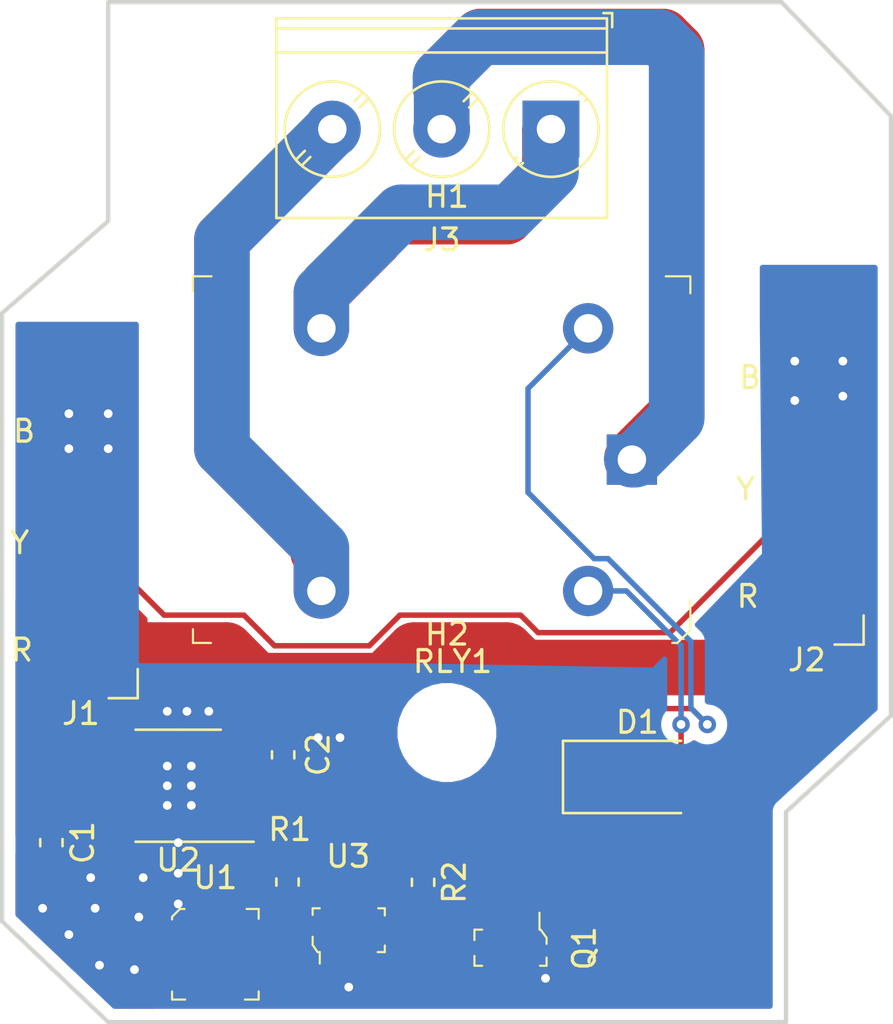
<source format=kicad_pcb>
(kicad_pcb (version 20171130) (host pcbnew 5.1.4)

  (general
    (thickness 1.6)
    (drawings 12)
    (tracks 144)
    (zones 0)
    (modules 15)
    (nets 15)
  )

  (page A4)
  (layers
    (0 F.Cu signal)
    (31 B.Cu signal)
    (32 B.Adhes user)
    (33 F.Adhes user)
    (34 B.Paste user)
    (35 F.Paste user)
    (36 B.SilkS user)
    (37 F.SilkS user)
    (38 B.Mask user)
    (39 F.Mask user)
    (40 Dwgs.User user)
    (41 Cmts.User user)
    (42 Eco1.User user)
    (43 Eco2.User user)
    (44 Edge.Cuts user)
    (45 Margin user)
    (46 B.CrtYd user)
    (47 F.CrtYd user)
    (48 B.Fab user)
    (49 F.Fab user hide)
  )

  (setup
    (last_trace_width 0.25)
    (user_trace_width 2.54)
    (trace_clearance 0.2)
    (zone_clearance 0.508)
    (zone_45_only no)
    (trace_min 0.2)
    (via_size 0.8)
    (via_drill 0.4)
    (via_min_size 0.4)
    (via_min_drill 0.3)
    (uvia_size 0.3)
    (uvia_drill 0.1)
    (uvias_allowed no)
    (uvia_min_size 0.2)
    (uvia_min_drill 0.1)
    (edge_width 0.05)
    (segment_width 0.2)
    (pcb_text_width 0.3)
    (pcb_text_size 1.5 1.5)
    (mod_edge_width 0.12)
    (mod_text_size 1 1)
    (mod_text_width 0.15)
    (pad_size 1.524 1.524)
    (pad_drill 0.762)
    (pad_to_mask_clearance 0.051)
    (solder_mask_min_width 0.25)
    (aux_axis_origin 0 0)
    (visible_elements FFFFFF7F)
    (pcbplotparams
      (layerselection 0x010fc_ffffffff)
      (usegerberextensions false)
      (usegerberattributes false)
      (usegerberadvancedattributes false)
      (creategerberjobfile false)
      (excludeedgelayer true)
      (linewidth 0.100000)
      (plotframeref false)
      (viasonmask false)
      (mode 1)
      (useauxorigin false)
      (hpglpennumber 1)
      (hpglpenspeed 20)
      (hpglpendiameter 15.000000)
      (psnegative false)
      (psa4output false)
      (plotreference true)
      (plotvalue true)
      (plotinvisibletext false)
      (padsonsilk false)
      (subtractmaskfromsilk false)
      (outputformat 1)
      (mirror false)
      (drillshape 1)
      (scaleselection 1)
      (outputdirectory ""))
  )

  (net 0 "")
  (net 1 GND)
  (net 2 +5V)
  (net 3 "Net-(J1-PadY)")
  (net 4 "Net-(U1-Pad4)")
  (net 5 "Net-(U1-Pad3)")
  (net 6 "Net-(U2-Pad6)")
  (net 7 "Net-(J3-Pad3)")
  (net 8 "Net-(J3-Pad2)")
  (net 9 "Net-(J3-Pad1)")
  (net 10 "Net-(Q1-Pad1)")
  (net 11 "Net-(R1-Pad2)")
  (net 12 "Net-(U3-Pad3)")
  (net 13 "Net-(D1-Pad2)")
  (net 14 +24V)

  (net_class Default "This is the default net class."
    (clearance 0.2)
    (trace_width 0.25)
    (via_dia 0.8)
    (via_drill 0.4)
    (uvia_dia 0.3)
    (uvia_drill 0.1)
    (add_net +24V)
    (add_net +5V)
    (add_net GND)
    (add_net "Net-(D1-Pad2)")
    (add_net "Net-(J1-PadY)")
    (add_net "Net-(J3-Pad1)")
    (add_net "Net-(J3-Pad2)")
    (add_net "Net-(J3-Pad3)")
    (add_net "Net-(Q1-Pad1)")
    (add_net "Net-(R1-Pad2)")
    (add_net "Net-(U1-Pad3)")
    (add_net "Net-(U1-Pad4)")
    (add_net "Net-(U2-Pad6)")
    (add_net "Net-(U3-Pad3)")
  )

  (module digikey-footprints:LSOJ-6_W3.76mm (layer F.Cu) (tedit 5B198055) (tstamp 5DA8DBE9)
    (at 80.1 113.1)
    (descr http://pdfserv.maximintegrated.com/package_dwgs/21-0382.PDF)
    (path /5DB08335)
    (fp_text reference U1 (at 0 -3.5) (layer F.SilkS)
      (effects (font (size 1 1) (thickness 0.15)))
    )
    (fp_text value DS2413P_ (at 0 3.5) (layer F.Fab)
      (effects (font (size 1 1) (thickness 0.15)))
    )
    (fp_line (start -1.88 1.97) (end 1.88 1.97) (layer F.Fab) (width 0.1))
    (fp_line (start 1.88 -1.97) (end 1.88 1.97) (layer F.Fab) (width 0.1))
    (fp_text user %R (at 0 0) (layer F.Fab)
      (effects (font (size 0.7 0.7) (thickness 0.07)))
    )
    (fp_line (start -1.88 -1.67) (end -1.58 -1.97) (layer F.Fab) (width 0.1))
    (fp_line (start 1.88 -1.97) (end -1.58 -1.97) (layer F.Fab) (width 0.1))
    (fp_line (start -1.88 1.96) (end -1.88 -1.67) (layer F.Fab) (width 0.1))
    (fp_line (start -1.41 -2.07) (end -1.62 -2.07) (layer F.SilkS) (width 0.1))
    (fp_line (start -1.98 -1.71) (end -1.98 -1.59) (layer F.SilkS) (width 0.1))
    (fp_line (start -1.62 -2.07) (end -1.97 -1.72) (layer F.SilkS) (width 0.1))
    (fp_line (start 1.98 -2.07) (end 1.98 -1.62) (layer F.SilkS) (width 0.1))
    (fp_line (start 1.43 -2.07) (end 1.98 -2.07) (layer F.SilkS) (width 0.1))
    (fp_line (start 1.98 2.07) (end 1.35 2.07) (layer F.SilkS) (width 0.1))
    (fp_line (start 1.98 1.7) (end 1.98 2.07) (layer F.SilkS) (width 0.1))
    (fp_line (start -1.98 2.07) (end -1.38 2.07) (layer F.SilkS) (width 0.1))
    (fp_line (start -1.98 1.7) (end -1.98 2.07) (layer F.SilkS) (width 0.1))
    (fp_line (start -2.4 -2.25) (end 2.4 -2.25) (layer F.CrtYd) (width 0.05))
    (fp_line (start -2.4 2.25) (end 2.4 2.25) (layer F.CrtYd) (width 0.05))
    (fp_line (start -2.4 -2.25) (end -2.4 2.25) (layer F.CrtYd) (width 0.05))
    (fp_line (start 2.4 2.25) (end 2.4 -2.25) (layer F.CrtYd) (width 0.05))
    (pad 6 smd rect (at 1.525 -1.27) (size 1.33 0.53) (layers F.Cu F.Paste F.Mask)
      (net 11 "Net-(R1-Pad2)"))
    (pad 5 smd rect (at 1.525 0) (size 1.33 0.53) (layers F.Cu F.Paste F.Mask)
      (net 1 GND))
    (pad 4 smd rect (at 1.525 1.27) (size 1.33 0.53) (layers F.Cu F.Paste F.Mask)
      (net 4 "Net-(U1-Pad4)"))
    (pad 3 smd rect (at -1.525 1.27) (size 1.33 0.53) (layers F.Cu F.Paste F.Mask)
      (net 5 "Net-(U1-Pad3)"))
    (pad 1 smd rect (at -1.525 -1.27) (size 1.33 0.53) (layers F.Cu F.Paste F.Mask)
      (net 1 GND))
    (pad 2 smd rect (at -1.525 0) (size 1.33 0.53) (layers F.Cu F.Paste F.Mask)
      (net 3 "Net-(J1-PadY)"))
  )

  (module digikey-footprints:Relay_THT_G5LE-14 (layer F.Cu) (tedit 5AFB6633) (tstamp 5DA78FB2)
    (at 99.15 90.5 180)
    (path /5DB070FA)
    (fp_text reference RLY1 (at 8.2 -9.225) (layer F.SilkS)
      (effects (font (size 1 1) (thickness 0.15)))
    )
    (fp_text value G5LE-14_DC5 (at 9.025 9.45) (layer F.Fab)
      (effects (font (size 1 1) (thickness 0.15)))
    )
    (fp_line (start 19.95 -8.25) (end 19.95 8.25) (layer F.Fab) (width 0.1))
    (fp_line (start -2.55 8.25) (end 19.95 8.25) (layer F.Fab) (width 0.1))
    (fp_line (start 20.075 -8.375) (end 20.075 -7.75) (layer F.SilkS) (width 0.1))
    (fp_line (start 19.25 -8.375) (end 20.075 -8.375) (layer F.SilkS) (width 0.1))
    (fp_line (start 20.075 8.375) (end 19.225 8.375) (layer F.SilkS) (width 0.1))
    (fp_line (start 20.075 7.675) (end 20.075 8.375) (layer F.SilkS) (width 0.1))
    (fp_line (start -2.675 8.375) (end -2.675 7.6) (layer F.SilkS) (width 0.1))
    (fp_line (start -1.55 8.375) (end -2.675 8.375) (layer F.SilkS) (width 0.1))
    (fp_line (start -2.025 -8.25) (end -2.55 -7.75) (layer F.Fab) (width 0.1))
    (fp_line (start -2.025 -8.25) (end 19.95 -8.25) (layer F.Fab) (width 0.1))
    (fp_line (start -2.55 -7.75) (end -2.55 8.25) (layer F.Fab) (width 0.1))
    (fp_line (start -2.675 -7.8) (end -2.675 -6.425) (layer F.SilkS) (width 0.1))
    (fp_line (start -2.075 -8.375) (end -2.675 -7.8) (layer F.SilkS) (width 0.1))
    (fp_line (start -1.85 -8.375) (end -2.075 -8.375) (layer F.SilkS) (width 0.1))
    (fp_line (start -2.85 -8.55) (end 20.25 -8.55) (layer F.CrtYd) (width 0.05))
    (fp_line (start 20.25 -8.55) (end 20.25 8.55) (layer F.CrtYd) (width 0.05))
    (fp_line (start 20.25 8.55) (end -2.85 8.55) (layer F.CrtYd) (width 0.05))
    (fp_line (start -2.85 -8.55) (end -2.85 8.55) (layer F.CrtYd) (width 0.05))
    (fp_text user %R (at 8.725 -0.125) (layer F.Fab)
      (effects (font (size 1 1) (thickness 0.15)))
    )
    (pad 4 thru_hole circle (at 14.2 -6 180) (size 2.3 2.3) (drill 1.3) (layers *.Cu *.Mask)
      (net 7 "Net-(J3-Pad3)"))
    (pad 3 thru_hole circle (at 14.2 6 180) (size 2.3 2.3) (drill 1.3) (layers *.Cu *.Mask)
      (net 9 "Net-(J3-Pad1)"))
    (pad 5 thru_hole circle (at 2 -6 180) (size 2.3 2.3) (drill 1.3) (layers *.Cu *.Mask)
      (net 13 "Net-(D1-Pad2)"))
    (pad 2 thru_hole circle (at 2 6 180) (size 2.3 2.3) (drill 1.3) (layers *.Cu *.Mask)
      (net 2 +5V))
    (pad 1 thru_hole rect (at 0 0 180) (size 2.3 2.3) (drill 1.3) (layers *.Cu *.Mask)
      (net 8 "Net-(J3-Pad2)"))
  )

  (module MountingHole:MountingHole_3.5mm (layer F.Cu) (tedit 56D1B4CB) (tstamp 5DA8D823)
    (at 90.69 102.97)
    (descr "Mounting Hole 3.5mm, no annular")
    (tags "mounting hole 3.5mm no annular")
    (path /5DA8D117)
    (attr virtual)
    (fp_text reference H2 (at 0 -4.5) (layer F.SilkS)
      (effects (font (size 1 1) (thickness 0.15)))
    )
    (fp_text value MountingHole (at 0 4.5) (layer F.Fab)
      (effects (font (size 1 1) (thickness 0.15)))
    )
    (fp_circle (center 0 0) (end 3.75 0) (layer F.CrtYd) (width 0.05))
    (fp_circle (center 0 0) (end 3.5 0) (layer Cmts.User) (width 0.15))
    (fp_text user %R (at 0.3 0) (layer F.Fab)
      (effects (font (size 1 1) (thickness 0.15)))
    )
    (pad 1 np_thru_hole circle (at 0 0) (size 3.5 3.5) (drill 3.5) (layers *.Cu *.Mask))
  )

  (module MountingHole:MountingHole_3.5mm (layer F.Cu) (tedit 56D1B4CB) (tstamp 5DA8D81B)
    (at 90.69 82.97)
    (descr "Mounting Hole 3.5mm, no annular")
    (tags "mounting hole 3.5mm no annular")
    (path /5DA8CE23)
    (attr virtual)
    (fp_text reference H1 (at 0 -4.5) (layer F.SilkS)
      (effects (font (size 1 1) (thickness 0.15)))
    )
    (fp_text value MountingHole (at 0 4.5) (layer F.Fab)
      (effects (font (size 1 1) (thickness 0.15)))
    )
    (fp_circle (center 0 0) (end 3.75 0) (layer F.CrtYd) (width 0.05))
    (fp_circle (center 0 0) (end 3.5 0) (layer Cmts.User) (width 0.15))
    (fp_text user %R (at 0.3 0) (layer F.Fab)
      (effects (font (size 1 1) (thickness 0.15)))
    )
    (pad 1 np_thru_hole circle (at 0 0) (size 3.5 3.5) (drill 3.5) (layers *.Cu *.Mask))
  )

  (module BEC:SOIC-8-1EP_3.9x4.9mm_P1.27mm_EP2.29x3mm_ThermalVias (layer F.Cu) (tedit 5DA8753F) (tstamp 5DA79F5A)
    (at 78.4 105.4 180)
    (descr "SOIC, 8 Pin (https://www.analog.com/media/en/technical-documentation/data-sheets/ada4898-1_4898-2.pdf#page=29), generated with kicad-footprint-generator ipc_gullwing_generator.py")
    (tags "SOIC SO")
    (path /5DB0D913)
    (attr smd)
    (fp_text reference U2 (at 0 -3.4) (layer F.SilkS)
      (effects (font (size 1 1) (thickness 0.15)))
    )
    (fp_text value ADP7142ARDZ-5.0 (at 0 3.4) (layer F.Fab)
      (effects (font (size 1 1) (thickness 0.15)))
    )
    (fp_text user %R (at 0 0) (layer F.Fab)
      (effects (font (size 0.98 0.98) (thickness 0.15)))
    )
    (fp_line (start 3.7 -2.7) (end -3.7 -2.7) (layer F.CrtYd) (width 0.05))
    (fp_line (start 3.7 2.7) (end 3.7 -2.7) (layer F.CrtYd) (width 0.05))
    (fp_line (start -3.7 2.7) (end 3.7 2.7) (layer F.CrtYd) (width 0.05))
    (fp_line (start -3.7 -2.7) (end -3.7 2.7) (layer F.CrtYd) (width 0.05))
    (fp_line (start -1.95 -1.475) (end -0.975 -2.45) (layer F.Fab) (width 0.1))
    (fp_line (start -1.95 2.45) (end -1.95 -1.475) (layer F.Fab) (width 0.1))
    (fp_line (start 1.95 2.45) (end -1.95 2.45) (layer F.Fab) (width 0.1))
    (fp_line (start 1.95 -2.45) (end 1.95 2.45) (layer F.Fab) (width 0.1))
    (fp_line (start -0.975 -2.45) (end 1.95 -2.45) (layer F.Fab) (width 0.1))
    (fp_line (start 0 -2.56) (end -3.45 -2.56) (layer F.SilkS) (width 0.12))
    (fp_line (start 0 -2.56) (end 1.95 -2.56) (layer F.SilkS) (width 0.12))
    (fp_line (start 0 2.56) (end -1.95 2.56) (layer F.SilkS) (width 0.12))
    (fp_line (start 0 2.56) (end 1.95 2.56) (layer F.SilkS) (width 0.12))
    (pad 9 thru_hole circle (at 0.5 0.9 180) (size 0.8 0.8) (drill 0.4) (layers *.Cu *.Mask)
      (net 1 GND))
    (pad 9 thru_hole circle (at -0.6 0.9 180) (size 0.8 0.8) (drill 0.4) (layers *.Cu *.Mask)
      (net 1 GND))
    (pad 9 thru_hole circle (at 0.5 0 180) (size 0.8 0.8) (drill 0.4) (layers *.Cu *.Mask)
      (net 1 GND))
    (pad 9 thru_hole circle (at 0.5 -0.9 180) (size 0.8 0.8) (drill 0.4) (layers *.Cu *.Mask)
      (net 1 GND))
    (pad 9 thru_hole circle (at -0.6 0 180) (size 0.8 0.8) (drill 0.4) (layers *.Cu *.Mask)
      (net 1 GND))
    (pad 8 smd roundrect (at 2.475 -1.905 180) (size 1.95 0.6) (layers F.Cu F.Paste F.Mask) (roundrect_rratio 0.25)
      (net 14 +24V))
    (pad 7 smd roundrect (at 2.475 -0.635 180) (size 1.95 0.6) (layers F.Cu F.Paste F.Mask) (roundrect_rratio 0.25)
      (net 14 +24V))
    (pad 6 smd roundrect (at 2.475 0.635 180) (size 1.95 0.6) (layers F.Cu F.Paste F.Mask) (roundrect_rratio 0.25)
      (net 6 "Net-(U2-Pad6)"))
    (pad 5 smd roundrect (at 2.475 1.905 180) (size 1.95 0.6) (layers F.Cu F.Paste F.Mask) (roundrect_rratio 0.25)
      (net 14 +24V))
    (pad 4 smd roundrect (at -2.475 1.905 180) (size 1.95 0.6) (layers F.Cu F.Paste F.Mask) (roundrect_rratio 0.25)
      (net 1 GND))
    (pad 3 smd roundrect (at -2.475 0.635 180) (size 1.95 0.6) (layers F.Cu F.Paste F.Mask) (roundrect_rratio 0.25)
      (net 2 +5V))
    (pad 2 smd roundrect (at -2.475 -0.635 180) (size 1.95 0.6) (layers F.Cu F.Paste F.Mask) (roundrect_rratio 0.25)
      (net 2 +5V))
    (pad 1 smd roundrect (at -2.475 -1.905 180) (size 1.95 0.6) (layers F.Cu F.Paste F.Mask) (roundrect_rratio 0.25)
      (net 2 +5V))
    (pad "" smd roundrect (at 0.57 0.75 180) (size 0.96 1.25) (layers F.Paste) (roundrect_rratio 0.25))
    (pad "" smd roundrect (at 0.57 -0.75 180) (size 0.96 1.25) (layers F.Paste) (roundrect_rratio 0.25))
    (pad "" smd roundrect (at -0.57 0.75 180) (size 0.96 1.25) (layers F.Paste) (roundrect_rratio 0.25))
    (pad "" smd roundrect (at -0.57 -0.75 180) (size 0.96 1.25) (layers F.Paste) (roundrect_rratio 0.25))
    (pad 9 smd roundrect (at 0 0 180) (size 1.8 2.5) (layers B.Cu) (roundrect_rratio 0.138889)
      (net 1 GND))
    (pad 9 thru_hole circle (at -0.6 -0.9 180) (size 0.8 0.8) (drill 0.4) (layers *.Cu *.Mask)
      (net 1 GND))
    (pad 9 smd roundrect (at 0 0 180) (size 2.29 3) (layers F.Cu F.Mask) (roundrect_rratio 0.10917)
      (net 1 GND))
    (model ${KISYS3DMOD}/Package_SO.3dshapes/SOIC-8-1EP_3.9x4.9mm_P1.27mm_EP2.29x3mm.wrl
      (at (xyz 0 0 0))
      (scale (xyz 1 1 1))
      (rotate (xyz 0 0 0))
    )
  )

  (module Resistor_SMD:R_0603_1608Metric (layer F.Cu) (tedit 5B301BBD) (tstamp 5DA87CAC)
    (at 89.6 109.8125 270)
    (descr "Resistor SMD 0603 (1608 Metric), square (rectangular) end terminal, IPC_7351 nominal, (Body size source: http://www.tortai-tech.com/upload/download/2011102023233369053.pdf), generated with kicad-footprint-generator")
    (tags resistor)
    (path /5DBEC52A)
    (attr smd)
    (fp_text reference R2 (at 0 -1.43 90) (layer F.SilkS)
      (effects (font (size 1 1) (thickness 0.15)))
    )
    (fp_text value 100K (at 0 1.43 90) (layer F.Fab)
      (effects (font (size 1 1) (thickness 0.15)))
    )
    (fp_text user %R (at 0 0 90) (layer F.Fab)
      (effects (font (size 0.4 0.4) (thickness 0.06)))
    )
    (fp_line (start 1.48 0.73) (end -1.48 0.73) (layer F.CrtYd) (width 0.05))
    (fp_line (start 1.48 -0.73) (end 1.48 0.73) (layer F.CrtYd) (width 0.05))
    (fp_line (start -1.48 -0.73) (end 1.48 -0.73) (layer F.CrtYd) (width 0.05))
    (fp_line (start -1.48 0.73) (end -1.48 -0.73) (layer F.CrtYd) (width 0.05))
    (fp_line (start -0.162779 0.51) (end 0.162779 0.51) (layer F.SilkS) (width 0.12))
    (fp_line (start -0.162779 -0.51) (end 0.162779 -0.51) (layer F.SilkS) (width 0.12))
    (fp_line (start 0.8 0.4) (end -0.8 0.4) (layer F.Fab) (width 0.1))
    (fp_line (start 0.8 -0.4) (end 0.8 0.4) (layer F.Fab) (width 0.1))
    (fp_line (start -0.8 -0.4) (end 0.8 -0.4) (layer F.Fab) (width 0.1))
    (fp_line (start -0.8 0.4) (end -0.8 -0.4) (layer F.Fab) (width 0.1))
    (pad 2 smd roundrect (at 0.7875 0 270) (size 0.875 0.95) (layers F.Cu F.Paste F.Mask) (roundrect_rratio 0.25)
      (net 10 "Net-(Q1-Pad1)"))
    (pad 1 smd roundrect (at -0.7875 0 270) (size 0.875 0.95) (layers F.Cu F.Paste F.Mask) (roundrect_rratio 0.25)
      (net 2 +5V))
    (model ${KISYS3DMOD}/Resistor_SMD.3dshapes/R_0603_1608Metric.wrl
      (at (xyz 0 0 0))
      (scale (xyz 1 1 1))
      (rotate (xyz 0 0 0))
    )
  )

  (module digikey-footprints:SOT-23-3 (layer F.Cu) (tedit 59D275F3) (tstamp 5DA87097)
    (at 93.6 112.8 270)
    (path /5DBE8CD5)
    (fp_text reference Q1 (at 0.025 -3.375 90) (layer F.SilkS)
      (effects (font (size 1 1) (thickness 0.15)))
    )
    (fp_text value BSS84 (at 0.025 3.25 90) (layer F.Fab)
      (effects (font (size 1 1) (thickness 0.15)))
    )
    (fp_line (start 0.7 1.52) (end 0.7 -1.52) (layer F.Fab) (width 0.1))
    (fp_line (start -0.7 1.52) (end 0.7 1.52) (layer F.Fab) (width 0.1))
    (fp_text user %R (at -0.125 0.15 90) (layer F.Fab)
      (effects (font (size 0.25 0.25) (thickness 0.05)))
    )
    (fp_line (start 0.825 -1.65) (end 0.825 -1.35) (layer F.SilkS) (width 0.1))
    (fp_line (start 0.45 -1.65) (end 0.825 -1.65) (layer F.SilkS) (width 0.1))
    (fp_line (start 0.825 1.65) (end 0.375 1.65) (layer F.SilkS) (width 0.1))
    (fp_line (start 0.825 1.35) (end 0.825 1.65) (layer F.SilkS) (width 0.1))
    (fp_line (start 0.825 1.425) (end 0.825 1.3) (layer F.SilkS) (width 0.1))
    (fp_line (start -0.825 1.65) (end -0.825 1.3) (layer F.SilkS) (width 0.1))
    (fp_line (start -0.35 1.65) (end -0.825 1.65) (layer F.SilkS) (width 0.1))
    (fp_line (start -0.425 -1.525) (end -0.7 -1.325) (layer F.Fab) (width 0.1))
    (fp_line (start -0.425 -1.525) (end 0.7 -1.525) (layer F.Fab) (width 0.1))
    (fp_line (start -0.7 -1.325) (end -0.7 1.525) (layer F.Fab) (width 0.1))
    (fp_line (start -0.825 -1.325) (end -1.6 -1.325) (layer F.SilkS) (width 0.1))
    (fp_line (start -0.825 -1.375) (end -0.825 -1.325) (layer F.SilkS) (width 0.1))
    (fp_line (start -0.45 -1.65) (end -0.825 -1.375) (layer F.SilkS) (width 0.1))
    (fp_line (start -0.175 -1.65) (end -0.45 -1.65) (layer F.SilkS) (width 0.1))
    (fp_line (start 1.825 -1.95) (end 1.825 1.95) (layer F.CrtYd) (width 0.05))
    (fp_line (start 1.825 1.95) (end -1.825 1.95) (layer F.CrtYd) (width 0.05))
    (fp_line (start -1.825 -1.95) (end -1.825 1.95) (layer F.CrtYd) (width 0.05))
    (fp_line (start -1.825 -1.95) (end 1.825 -1.95) (layer F.CrtYd) (width 0.05))
    (pad 1 smd rect (at -1.05 -0.95 270) (size 1.3 0.6) (layers F.Cu F.Paste F.Mask)
      (net 10 "Net-(Q1-Pad1)") (solder_mask_margin 0.07))
    (pad 2 smd rect (at -1.05 0.95 270) (size 1.3 0.6) (layers F.Cu F.Paste F.Mask)
      (net 13 "Net-(D1-Pad2)") (solder_mask_margin 0.07))
    (pad 3 smd rect (at 1.05 0 270) (size 1.3 0.6) (layers F.Cu F.Paste F.Mask)
      (net 1 GND) (solder_mask_margin 0.07))
  )

  (module Diode_SMD:D_SMA (layer F.Cu) (tedit 586432E5) (tstamp 5DA86FC3)
    (at 99.4 105)
    (descr "Diode SMA (DO-214AC)")
    (tags "Diode SMA (DO-214AC)")
    (path /5DBDEF18)
    (attr smd)
    (fp_text reference D1 (at 0 -2.5) (layer F.SilkS)
      (effects (font (size 1 1) (thickness 0.15)))
    )
    (fp_text value RECT_50V_1A (at 0 2.6) (layer F.Fab)
      (effects (font (size 1 1) (thickness 0.15)))
    )
    (fp_line (start -3.4 -1.65) (end 2 -1.65) (layer F.SilkS) (width 0.12))
    (fp_line (start -3.4 1.65) (end 2 1.65) (layer F.SilkS) (width 0.12))
    (fp_line (start -0.64944 0.00102) (end 0.50118 -0.79908) (layer F.Fab) (width 0.1))
    (fp_line (start -0.64944 0.00102) (end 0.50118 0.75032) (layer F.Fab) (width 0.1))
    (fp_line (start 0.50118 0.75032) (end 0.50118 -0.79908) (layer F.Fab) (width 0.1))
    (fp_line (start -0.64944 -0.79908) (end -0.64944 0.80112) (layer F.Fab) (width 0.1))
    (fp_line (start 0.50118 0.00102) (end 1.4994 0.00102) (layer F.Fab) (width 0.1))
    (fp_line (start -0.64944 0.00102) (end -1.55114 0.00102) (layer F.Fab) (width 0.1))
    (fp_line (start -3.5 1.75) (end -3.5 -1.75) (layer F.CrtYd) (width 0.05))
    (fp_line (start 3.5 1.75) (end -3.5 1.75) (layer F.CrtYd) (width 0.05))
    (fp_line (start 3.5 -1.75) (end 3.5 1.75) (layer F.CrtYd) (width 0.05))
    (fp_line (start -3.5 -1.75) (end 3.5 -1.75) (layer F.CrtYd) (width 0.05))
    (fp_line (start 2.3 -1.5) (end -2.3 -1.5) (layer F.Fab) (width 0.1))
    (fp_line (start 2.3 -1.5) (end 2.3 1.5) (layer F.Fab) (width 0.1))
    (fp_line (start -2.3 1.5) (end -2.3 -1.5) (layer F.Fab) (width 0.1))
    (fp_line (start 2.3 1.5) (end -2.3 1.5) (layer F.Fab) (width 0.1))
    (fp_line (start -3.4 -1.65) (end -3.4 1.65) (layer F.SilkS) (width 0.12))
    (fp_text user %R (at 0 -2.5) (layer F.Fab)
      (effects (font (size 1 1) (thickness 0.15)))
    )
    (pad 2 smd rect (at 2 0) (size 2.5 1.8) (layers F.Cu F.Paste F.Mask)
      (net 13 "Net-(D1-Pad2)"))
    (pad 1 smd rect (at -2 0) (size 2.5 1.8) (layers F.Cu F.Paste F.Mask)
      (net 2 +5V))
    (model ${KISYS3DMOD}/Diode_SMD.3dshapes/D_SMA.wrl
      (at (xyz 0 0 0))
      (scale (xyz 1 1 1))
      (rotate (xyz 0 0 0))
    )
  )

  (module digikey-footprints:SOT-753 (layer F.Cu) (tedit 59EF821D) (tstamp 5DA79BFF)
    (at 86.2 112)
    (path /5DB13D83)
    (fp_text reference U3 (at -0.025 -3.375) (layer F.SilkS)
      (effects (font (size 1 1) (thickness 0.15)))
    )
    (fp_text value STWD100NYWY3F (at 0.35 4.025) (layer F.Fab)
      (effects (font (size 1 1) (thickness 0.15)))
    )
    (fp_line (start -1.525 -0.875) (end 1.525 -0.875) (layer F.Fab) (width 0.1))
    (fp_line (start 1.525 -0.875) (end 1.525 0.875) (layer F.Fab) (width 0.1))
    (fp_line (start -1.525 0.625) (end -1.35 0.875) (layer F.Fab) (width 0.1))
    (fp_line (start -1.35 0.875) (end 1.525 0.875) (layer F.Fab) (width 0.1))
    (fp_line (start -1.525 0.625) (end -1.525 -0.875) (layer F.Fab) (width 0.1))
    (fp_line (start -1.65 0.675) (end -1.65 0.3) (layer F.SilkS) (width 0.1))
    (fp_line (start -1.325 1) (end -1.325 1.525) (layer F.SilkS) (width 0.1))
    (fp_line (start -1.425 1) (end -1.325 1) (layer F.SilkS) (width 0.1))
    (fp_line (start -1.65 0.675) (end -1.425 1) (layer F.SilkS) (width 0.1))
    (fp_line (start 1.65 -1) (end 1.65 -0.675) (layer F.SilkS) (width 0.1))
    (fp_line (start 1.35 -1) (end 1.65 -1) (layer F.SilkS) (width 0.1))
    (fp_line (start 1.65 1) (end 1.65 0.7) (layer F.SilkS) (width 0.1))
    (fp_line (start 1.325 1) (end 1.65 1) (layer F.SilkS) (width 0.1))
    (fp_line (start -1.65 -1) (end -1.65 -0.7) (layer F.SilkS) (width 0.1))
    (fp_line (start -1.325 -1) (end -1.65 -1) (layer F.SilkS) (width 0.1))
    (fp_text user %R (at 0 0.1) (layer F.Fab)
      (effects (font (size 0.75 0.75) (thickness 0.075)))
    )
    (fp_line (start -1.825 -2.125) (end 1.825 -2.125) (layer F.CrtYd) (width 0.05))
    (fp_line (start 1.825 -2.125) (end 1.825 2.125) (layer F.CrtYd) (width 0.05))
    (fp_line (start 1.825 2.125) (end -1.825 2.125) (layer F.CrtYd) (width 0.05))
    (fp_line (start -1.825 2.125) (end -1.825 -2.125) (layer F.CrtYd) (width 0.05))
    (pad 1 smd rect (at -0.95 1.35) (size 0.6 1.05) (layers F.Cu F.Paste F.Mask)
      (net 10 "Net-(Q1-Pad1)") (solder_mask_margin 0.07))
    (pad 2 smd rect (at 0 1.35) (size 0.6 1.05) (layers F.Cu F.Paste F.Mask)
      (net 1 GND) (solder_mask_margin 0.07))
    (pad 3 smd rect (at 0.95 1.35) (size 0.6 1.05) (layers F.Cu F.Paste F.Mask)
      (net 12 "Net-(U3-Pad3)") (solder_mask_margin 0.07))
    (pad 4 smd rect (at 0.95 -1.35) (size 0.6 1.05) (layers F.Cu F.Paste F.Mask)
      (net 11 "Net-(R1-Pad2)") (solder_mask_margin 0.07))
    (pad 5 smd rect (at -0.95 -1.35) (size 0.6 1.05) (layers F.Cu F.Paste F.Mask)
      (net 2 +5V) (solder_mask_margin 0.07))
  )

  (module Resistor_SMD:R_0603_1608Metric (layer F.Cu) (tedit 5B301BBD) (tstamp 5DA7847E)
    (at 83.4 109.8 270)
    (descr "Resistor SMD 0603 (1608 Metric), square (rectangular) end terminal, IPC_7351 nominal, (Body size source: http://www.tortai-tech.com/upload/download/2011102023233369053.pdf), generated with kicad-footprint-generator")
    (tags resistor)
    (path /5DB19349)
    (attr smd)
    (fp_text reference R1 (at -2.4 -0.1 180) (layer F.SilkS)
      (effects (font (size 1 1) (thickness 0.15)))
    )
    (fp_text value 100K (at 0 1.43 90) (layer F.Fab)
      (effects (font (size 1 1) (thickness 0.15)))
    )
    (fp_text user %R (at 0 0 90) (layer F.Fab)
      (effects (font (size 0.4 0.4) (thickness 0.06)))
    )
    (fp_line (start 1.48 0.73) (end -1.48 0.73) (layer F.CrtYd) (width 0.05))
    (fp_line (start 1.48 -0.73) (end 1.48 0.73) (layer F.CrtYd) (width 0.05))
    (fp_line (start -1.48 -0.73) (end 1.48 -0.73) (layer F.CrtYd) (width 0.05))
    (fp_line (start -1.48 0.73) (end -1.48 -0.73) (layer F.CrtYd) (width 0.05))
    (fp_line (start -0.162779 0.51) (end 0.162779 0.51) (layer F.SilkS) (width 0.12))
    (fp_line (start -0.162779 -0.51) (end 0.162779 -0.51) (layer F.SilkS) (width 0.12))
    (fp_line (start 0.8 0.4) (end -0.8 0.4) (layer F.Fab) (width 0.1))
    (fp_line (start 0.8 -0.4) (end 0.8 0.4) (layer F.Fab) (width 0.1))
    (fp_line (start -0.8 -0.4) (end 0.8 -0.4) (layer F.Fab) (width 0.1))
    (fp_line (start -0.8 0.4) (end -0.8 -0.4) (layer F.Fab) (width 0.1))
    (pad 2 smd roundrect (at 0.7875 0 270) (size 0.875 0.95) (layers F.Cu F.Paste F.Mask) (roundrect_rratio 0.25)
      (net 11 "Net-(R1-Pad2)"))
    (pad 1 smd roundrect (at -0.7875 0 270) (size 0.875 0.95) (layers F.Cu F.Paste F.Mask) (roundrect_rratio 0.25)
      (net 2 +5V))
    (model ${KISYS3DMOD}/Resistor_SMD.3dshapes/R_0603_1608Metric.wrl
      (at (xyz 0 0 0))
      (scale (xyz 1 1 1))
      (rotate (xyz 0 0 0))
    )
  )

  (module TerminalBlock_Phoenix:TerminalBlock_Phoenix_PT-1,5-3-5.0-H_1x03_P5.00mm_Horizontal (layer F.Cu) (tedit 5B294F69) (tstamp 5DA78435)
    (at 95.45 75.4 180)
    (descr "Terminal Block Phoenix PT-1,5-3-5.0-H, 3 pins, pitch 5mm, size 15x9mm^2, drill diamater 1.3mm, pad diameter 2.6mm, see http://www.mouser.com/ds/2/324/ItemDetail_1935161-922578.pdf, script-generated using https://github.com/pointhi/kicad-footprint-generator/scripts/TerminalBlock_Phoenix")
    (tags "THT Terminal Block Phoenix PT-1,5-3-5.0-H pitch 5mm size 15x9mm^2 drill 1.3mm pad 2.6mm")
    (path /5DB8B2BA)
    (fp_text reference J3 (at 5 -5.06) (layer F.SilkS)
      (effects (font (size 1 1) (thickness 0.15)))
    )
    (fp_text value Screw_Terminal_5mm_01x03 (at 5 6.06) (layer F.Fab)
      (effects (font (size 1 1) (thickness 0.15)))
    )
    (fp_text user %R (at 5 2.9) (layer F.Fab)
      (effects (font (size 1 1) (thickness 0.15)))
    )
    (fp_line (start 13 -4.5) (end -3 -4.5) (layer F.CrtYd) (width 0.05))
    (fp_line (start 13 5.5) (end 13 -4.5) (layer F.CrtYd) (width 0.05))
    (fp_line (start -3 5.5) (end 13 5.5) (layer F.CrtYd) (width 0.05))
    (fp_line (start -3 -4.5) (end -3 5.5) (layer F.CrtYd) (width 0.05))
    (fp_line (start -2.8 5.3) (end -2.4 5.3) (layer F.SilkS) (width 0.12))
    (fp_line (start -2.8 4.66) (end -2.8 5.3) (layer F.SilkS) (width 0.12))
    (fp_line (start 8.742 0.992) (end 8.347 1.388) (layer F.SilkS) (width 0.12))
    (fp_line (start 11.388 -1.654) (end 11.008 -1.274) (layer F.SilkS) (width 0.12))
    (fp_line (start 8.993 1.274) (end 8.613 1.654) (layer F.SilkS) (width 0.12))
    (fp_line (start 11.654 -1.388) (end 11.259 -0.992) (layer F.SilkS) (width 0.12))
    (fp_line (start 11.273 -1.517) (end 8.484 1.273) (layer F.Fab) (width 0.1))
    (fp_line (start 11.517 -1.273) (end 8.728 1.517) (layer F.Fab) (width 0.1))
    (fp_line (start 3.742 0.992) (end 3.347 1.388) (layer F.SilkS) (width 0.12))
    (fp_line (start 6.388 -1.654) (end 6.008 -1.274) (layer F.SilkS) (width 0.12))
    (fp_line (start 3.993 1.274) (end 3.613 1.654) (layer F.SilkS) (width 0.12))
    (fp_line (start 6.654 -1.388) (end 6.259 -0.992) (layer F.SilkS) (width 0.12))
    (fp_line (start 6.273 -1.517) (end 3.484 1.273) (layer F.Fab) (width 0.1))
    (fp_line (start 6.517 -1.273) (end 3.728 1.517) (layer F.Fab) (width 0.1))
    (fp_line (start -1.548 1.281) (end -1.654 1.388) (layer F.SilkS) (width 0.12))
    (fp_line (start 1.388 -1.654) (end 1.281 -1.547) (layer F.SilkS) (width 0.12))
    (fp_line (start -1.282 1.547) (end -1.388 1.654) (layer F.SilkS) (width 0.12))
    (fp_line (start 1.654 -1.388) (end 1.547 -1.281) (layer F.SilkS) (width 0.12))
    (fp_line (start 1.273 -1.517) (end -1.517 1.273) (layer F.Fab) (width 0.1))
    (fp_line (start 1.517 -1.273) (end -1.273 1.517) (layer F.Fab) (width 0.1))
    (fp_line (start 12.56 -4.06) (end 12.56 5.06) (layer F.SilkS) (width 0.12))
    (fp_line (start -2.56 -4.06) (end -2.56 5.06) (layer F.SilkS) (width 0.12))
    (fp_line (start -2.56 5.06) (end 12.56 5.06) (layer F.SilkS) (width 0.12))
    (fp_line (start -2.56 -4.06) (end 12.56 -4.06) (layer F.SilkS) (width 0.12))
    (fp_line (start -2.56 3.5) (end 12.56 3.5) (layer F.SilkS) (width 0.12))
    (fp_line (start -2.5 3.5) (end 12.5 3.5) (layer F.Fab) (width 0.1))
    (fp_line (start -2.56 4.6) (end 12.56 4.6) (layer F.SilkS) (width 0.12))
    (fp_line (start -2.5 4.6) (end 12.5 4.6) (layer F.Fab) (width 0.1))
    (fp_line (start -2.5 4.6) (end -2.5 -4) (layer F.Fab) (width 0.1))
    (fp_line (start -2.1 5) (end -2.5 4.6) (layer F.Fab) (width 0.1))
    (fp_line (start 12.5 5) (end -2.1 5) (layer F.Fab) (width 0.1))
    (fp_line (start 12.5 -4) (end 12.5 5) (layer F.Fab) (width 0.1))
    (fp_line (start -2.5 -4) (end 12.5 -4) (layer F.Fab) (width 0.1))
    (fp_circle (center 10 0) (end 12.18 0) (layer F.SilkS) (width 0.12))
    (fp_circle (center 10 0) (end 12 0) (layer F.Fab) (width 0.1))
    (fp_circle (center 5 0) (end 7.18 0) (layer F.SilkS) (width 0.12))
    (fp_circle (center 5 0) (end 7 0) (layer F.Fab) (width 0.1))
    (fp_circle (center 0 0) (end 2.18 0) (layer F.SilkS) (width 0.12))
    (fp_circle (center 0 0) (end 2 0) (layer F.Fab) (width 0.1))
    (pad 3 thru_hole circle (at 10 0 180) (size 2.6 2.6) (drill 1.3) (layers *.Cu *.Mask)
      (net 7 "Net-(J3-Pad3)"))
    (pad 2 thru_hole circle (at 5 0 180) (size 2.6 2.6) (drill 1.3) (layers *.Cu *.Mask)
      (net 8 "Net-(J3-Pad2)"))
    (pad 1 thru_hole rect (at 0 0 180) (size 2.6 2.6) (drill 1.3) (layers *.Cu *.Mask)
      (net 9 "Net-(J3-Pad1)"))
    (model ${KISYS3DMOD}/TerminalBlock_Phoenix.3dshapes/TerminalBlock_Phoenix_PT-1,5-3-5.0-H_1x03_P5.00mm_Horizontal.wrl
      (at (xyz 0 0 0))
      (scale (xyz 1 1 1))
      (rotate (xyz 0 0 0))
    )
  )

  (module BEC:xConnect_smd (layer F.Cu) (tedit 5D655AE7) (tstamp 5DA79893)
    (at 107.55 96.75 180)
    (descr "mounting holes for xConnect connector")
    (tags "Through hole 1x03 single row")
    (path /5DB00C99)
    (attr smd)
    (fp_text reference J2 (at 0.4 -2.9) (layer F.SilkS)
      (effects (font (size 1 1) (thickness 0.15)))
    )
    (fp_text value xConnect_smd (at 0.3 12.8) (layer F.Fab)
      (effects (font (size 1 1) (thickness 0.15)))
    )
    (fp_text user B (at 3 10) (layer F.SilkS)
      (effects (font (size 1 1) (thickness 0.15)))
    )
    (fp_text user Y (at 3.2 4.9) (layer F.SilkS)
      (effects (font (size 1 1) (thickness 0.15)))
    )
    (fp_text user R (at 3.1 0) (layer F.SilkS)
      (effects (font (size 1 1) (thickness 0.15)))
    )
    (fp_text user %R (at 0.1 4.9 90) (layer F.Fab)
      (effects (font (size 1 1) (thickness 0.15)))
    )
    (fp_line (start 2.3 -2.2) (end -2.2 -2.2) (layer F.CrtYd) (width 0.05))
    (fp_line (start 2.3 12.2) (end 2.3 -2.2) (layer F.CrtYd) (width 0.05))
    (fp_line (start -2.2 12.2) (end 2.3 12.2) (layer F.CrtYd) (width 0.05))
    (fp_line (start -2.2 -2.2) (end -2.2 12.2) (layer F.CrtYd) (width 0.05))
    (fp_line (start -2.2 -2.2) (end -0.87 -2.2) (layer F.SilkS) (width 0.12))
    (fp_line (start -2.2 -0.87) (end -2.2 -2.2) (layer F.SilkS) (width 0.12))
    (fp_line (start -2 -1.4) (end -1.4 -2) (layer F.Fab) (width 0.1))
    (fp_line (start -2 12) (end -2 -1.4) (layer F.Fab) (width 0.1))
    (fp_line (start 2 12) (end -2 12) (layer F.Fab) (width 0.1))
    (fp_line (start 2 -2) (end 2 12) (layer F.Fab) (width 0.1))
    (fp_line (start -1.4 -2) (end 2 -2) (layer F.Fab) (width 0.1))
    (pad B smd roundrect (at 0 10 180) (size 4 4) (layers F.Cu F.Paste F.Mask) (roundrect_rratio 0.25)
      (net 1 GND))
    (pad Y smd roundrect (at 0 5 180) (size 4 4) (layers F.Cu F.Paste F.Mask) (roundrect_rratio 0.25)
      (net 3 "Net-(J1-PadY)"))
    (pad R smd roundrect (at 0 0 180) (size 4 4) (layers F.Cu F.Paste F.Mask) (roundrect_rratio 0.25)
      (net 14 +24V))
    (model ${KISYS3DMOD}/Connector_PinHeader_2.54mm.3dshapes/PinHeader_1x03_P2.54mm_Vertical.wrl
      (at (xyz 0 0 0))
      (scale (xyz 1 1 1))
      (rotate (xyz 0 0 0))
    )
  )

  (module BEC:xConnect_smd (layer F.Cu) (tedit 5D655AE7) (tstamp 5DA79591)
    (at 74.35 99.2 180)
    (descr "mounting holes for xConnect connector")
    (tags "Through hole 1x03 single row")
    (path /5DB0901C)
    (attr smd)
    (fp_text reference J1 (at 0.4 -2.9) (layer F.SilkS)
      (effects (font (size 1 1) (thickness 0.15)))
    )
    (fp_text value xConnect_smd (at 0.3 12.8) (layer F.Fab)
      (effects (font (size 1 1) (thickness 0.15)))
    )
    (fp_text user B (at 3 10) (layer F.SilkS)
      (effects (font (size 1 1) (thickness 0.15)))
    )
    (fp_text user Y (at 3.2 4.9) (layer F.SilkS)
      (effects (font (size 1 1) (thickness 0.15)))
    )
    (fp_text user R (at 3.1 0) (layer F.SilkS)
      (effects (font (size 1 1) (thickness 0.15)))
    )
    (fp_text user %R (at 0.1 4.9 90) (layer F.Fab)
      (effects (font (size 1 1) (thickness 0.15)))
    )
    (fp_line (start 2.3 -2.2) (end -2.2 -2.2) (layer F.CrtYd) (width 0.05))
    (fp_line (start 2.3 12.2) (end 2.3 -2.2) (layer F.CrtYd) (width 0.05))
    (fp_line (start -2.2 12.2) (end 2.3 12.2) (layer F.CrtYd) (width 0.05))
    (fp_line (start -2.2 -2.2) (end -2.2 12.2) (layer F.CrtYd) (width 0.05))
    (fp_line (start -2.2 -2.2) (end -0.87 -2.2) (layer F.SilkS) (width 0.12))
    (fp_line (start -2.2 -0.87) (end -2.2 -2.2) (layer F.SilkS) (width 0.12))
    (fp_line (start -2 -1.4) (end -1.4 -2) (layer F.Fab) (width 0.1))
    (fp_line (start -2 12) (end -2 -1.4) (layer F.Fab) (width 0.1))
    (fp_line (start 2 12) (end -2 12) (layer F.Fab) (width 0.1))
    (fp_line (start 2 -2) (end 2 12) (layer F.Fab) (width 0.1))
    (fp_line (start -1.4 -2) (end 2 -2) (layer F.Fab) (width 0.1))
    (pad B smd roundrect (at 0 10 180) (size 4 4) (layers F.Cu F.Paste F.Mask) (roundrect_rratio 0.25)
      (net 1 GND))
    (pad Y smd roundrect (at 0 5 180) (size 4 4) (layers F.Cu F.Paste F.Mask) (roundrect_rratio 0.25)
      (net 3 "Net-(J1-PadY)"))
    (pad R smd roundrect (at 0 0 180) (size 4 4) (layers F.Cu F.Paste F.Mask) (roundrect_rratio 0.25)
      (net 14 +24V))
    (model ${KISYS3DMOD}/Connector_PinHeader_2.54mm.3dshapes/PinHeader_1x03_P2.54mm_Vertical.wrl
      (at (xyz 0 0 0))
      (scale (xyz 1 1 1))
      (rotate (xyz 0 0 0))
    )
  )

  (module Capacitor_SMD:C_0603_1608Metric (layer F.Cu) (tedit 5B301BBE) (tstamp 5DA73D79)
    (at 83.2 103.9875 90)
    (descr "Capacitor SMD 0603 (1608 Metric), square (rectangular) end terminal, IPC_7351 nominal, (Body size source: http://www.tortai-tech.com/upload/download/2011102023233369053.pdf), generated with kicad-footprint-generator")
    (tags capacitor)
    (path /5DB10849)
    (attr smd)
    (fp_text reference C2 (at 0 1.6 90) (layer F.SilkS)
      (effects (font (size 1 1) (thickness 0.15)))
    )
    (fp_text value 2.2uF_50V (at 0 1.43 90) (layer F.Fab)
      (effects (font (size 1 1) (thickness 0.15)))
    )
    (fp_text user %R (at 0 0 90) (layer F.Fab)
      (effects (font (size 0.4 0.4) (thickness 0.06)))
    )
    (fp_line (start 1.48 0.73) (end -1.48 0.73) (layer F.CrtYd) (width 0.05))
    (fp_line (start 1.48 -0.73) (end 1.48 0.73) (layer F.CrtYd) (width 0.05))
    (fp_line (start -1.48 -0.73) (end 1.48 -0.73) (layer F.CrtYd) (width 0.05))
    (fp_line (start -1.48 0.73) (end -1.48 -0.73) (layer F.CrtYd) (width 0.05))
    (fp_line (start -0.162779 0.51) (end 0.162779 0.51) (layer F.SilkS) (width 0.12))
    (fp_line (start -0.162779 -0.51) (end 0.162779 -0.51) (layer F.SilkS) (width 0.12))
    (fp_line (start 0.8 0.4) (end -0.8 0.4) (layer F.Fab) (width 0.1))
    (fp_line (start 0.8 -0.4) (end 0.8 0.4) (layer F.Fab) (width 0.1))
    (fp_line (start -0.8 -0.4) (end 0.8 -0.4) (layer F.Fab) (width 0.1))
    (fp_line (start -0.8 0.4) (end -0.8 -0.4) (layer F.Fab) (width 0.1))
    (pad 2 smd roundrect (at 0.7875 0 90) (size 0.875 0.95) (layers F.Cu F.Paste F.Mask) (roundrect_rratio 0.25)
      (net 1 GND))
    (pad 1 smd roundrect (at -0.7875 0 90) (size 0.875 0.95) (layers F.Cu F.Paste F.Mask) (roundrect_rratio 0.25)
      (net 2 +5V))
    (model ${KISYS3DMOD}/Capacitor_SMD.3dshapes/C_0603_1608Metric.wrl
      (at (xyz 0 0 0))
      (scale (xyz 1 1 1))
      (rotate (xyz 0 0 0))
    )
  )

  (module Capacitor_SMD:C_0603_1608Metric (layer F.Cu) (tedit 5B301BBE) (tstamp 5DA73D68)
    (at 72.6 108 270)
    (descr "Capacitor SMD 0603 (1608 Metric), square (rectangular) end terminal, IPC_7351 nominal, (Body size source: http://www.tortai-tech.com/upload/download/2011102023233369053.pdf), generated with kicad-footprint-generator")
    (tags capacitor)
    (path /5DB10FAB)
    (attr smd)
    (fp_text reference C1 (at 0 -1.43 90) (layer F.SilkS)
      (effects (font (size 1 1) (thickness 0.15)))
    )
    (fp_text value 2.2uF_50V (at 0 1.43 90) (layer F.Fab)
      (effects (font (size 1 1) (thickness 0.15)))
    )
    (fp_text user %R (at 0 0 90) (layer F.Fab)
      (effects (font (size 0.4 0.4) (thickness 0.06)))
    )
    (fp_line (start 1.48 0.73) (end -1.48 0.73) (layer F.CrtYd) (width 0.05))
    (fp_line (start 1.48 -0.73) (end 1.48 0.73) (layer F.CrtYd) (width 0.05))
    (fp_line (start -1.48 -0.73) (end 1.48 -0.73) (layer F.CrtYd) (width 0.05))
    (fp_line (start -1.48 0.73) (end -1.48 -0.73) (layer F.CrtYd) (width 0.05))
    (fp_line (start -0.162779 0.51) (end 0.162779 0.51) (layer F.SilkS) (width 0.12))
    (fp_line (start -0.162779 -0.51) (end 0.162779 -0.51) (layer F.SilkS) (width 0.12))
    (fp_line (start 0.8 0.4) (end -0.8 0.4) (layer F.Fab) (width 0.1))
    (fp_line (start 0.8 -0.4) (end 0.8 0.4) (layer F.Fab) (width 0.1))
    (fp_line (start -0.8 -0.4) (end 0.8 -0.4) (layer F.Fab) (width 0.1))
    (fp_line (start -0.8 0.4) (end -0.8 -0.4) (layer F.Fab) (width 0.1))
    (pad 2 smd roundrect (at 0.7875 0 270) (size 0.875 0.95) (layers F.Cu F.Paste F.Mask) (roundrect_rratio 0.25)
      (net 1 GND))
    (pad 1 smd roundrect (at -0.7875 0 270) (size 0.875 0.95) (layers F.Cu F.Paste F.Mask) (roundrect_rratio 0.25)
      (net 14 +24V))
    (model ${KISYS3DMOD}/Capacitor_SMD.3dshapes/C_0603_1608Metric.wrl
      (at (xyz 0 0 0))
      (scale (xyz 1 1 1))
      (rotate (xyz 0 0 0))
    )
  )

  (gr_line (start 106.2 106.6) (end 111 102.2) (layer Edge.Cuts) (width 0.2))
  (gr_line (start 106.2 116.2) (end 106.2 106.6) (layer Edge.Cuts) (width 0.2))
  (gr_line (start 70.35 111.6) (end 75.2 116.2) (layer Edge.Cuts) (width 0.2) (tstamp 5DA79E30))
  (gr_line (start 75.2 79.6) (end 70.35 83.8) (layer Edge.Cuts) (width 0.2) (tstamp 5DA79E19))
  (gr_line (start 75.2 69.6) (end 75.2 79.6) (layer Edge.Cuts) (width 0.2))
  (gr_line (start 106 69.6) (end 111 74.8) (layer Edge.Cuts) (width 0.2) (tstamp 5DA79E10))
  (gr_line (start 106 69.6) (end 75.2 69.6) (layer Edge.Cuts) (width 0.2) (tstamp 5DA78F28))
  (gr_line (start 70.35 83.8) (end 70.35 111.6) (layer Edge.Cuts) (width 0.2) (tstamp 5DA78F2E))
  (gr_line (start 75.2 116.2) (end 106.2 116.2) (layer Edge.Cuts) (width 0.2) (tstamp 5DA78F37))
  (gr_circle (center 90.693522 82.964976) (end 92.408022 82.964976) (layer Dwgs.User) (width 0.2) (tstamp 5DA78F49))
  (gr_circle (center 90.693522 102.964976) (end 92.408022 102.964976) (layer Dwgs.User) (width 0.2) (tstamp 5DA78F58))
  (gr_line (start 111 102.2) (end 111 74.8) (layer Edge.Cuts) (width 0.2) (tstamp 5DA78F5E))

  (via (at 75.2 90) (size 0.8) (drill 0.4) (layers F.Cu B.Cu) (net 1))
  (via (at 73.4 90) (size 0.8) (drill 0.4) (layers F.Cu B.Cu) (net 1))
  (via (at 75.2 88.4) (size 0.8) (drill 0.4) (layers F.Cu B.Cu) (net 1))
  (via (at 73.4 88.4) (size 0.8) (drill 0.4) (layers F.Cu B.Cu) (net 1))
  (via (at 106.6 87.8) (size 0.8) (drill 0.4) (layers F.Cu B.Cu) (net 1))
  (via (at 108.8 87.6) (size 0.8) (drill 0.4) (layers F.Cu B.Cu) (net 1))
  (via (at 108.8 86) (size 0.8) (drill 0.4) (layers F.Cu B.Cu) (net 1))
  (via (at 106.6 86) (size 0.8) (drill 0.4) (layers F.Cu B.Cu) (net 1))
  (segment (start 86.2 113.35) (end 86.2 114.125) (width 0.25) (layer F.Cu) (net 1))
  (via (at 86.2 114.6) (size 0.8) (drill 0.4) (layers F.Cu B.Cu) (net 1))
  (segment (start 86.2 114.125) (end 86.2 114.6) (width 0.25) (layer F.Cu) (net 1))
  (segment (start 93.6 113.85) (end 94.85 113.85) (width 0.25) (layer F.Cu) (net 1))
  (via (at 95.2 114.2) (size 0.8) (drill 0.4) (layers F.Cu B.Cu) (net 1))
  (segment (start 94.85 113.85) (end 95.2 114.2) (width 0.25) (layer F.Cu) (net 1))
  (via (at 78.8 102) (size 0.8) (drill 0.4) (layers F.Cu B.Cu) (net 1))
  (via (at 85.8 103.2) (size 0.8) (drill 0.4) (layers F.Cu B.Cu) (net 1))
  (via (at 77.9 102) (size 0.8) (drill 0.4) (layers F.Cu B.Cu) (net 1))
  (via (at 79.8 102) (size 0.8) (drill 0.4) (layers F.Cu B.Cu) (net 1))
  (via (at 84.8 103.2) (size 0.8) (drill 0.4) (layers F.Cu B.Cu) (net 1))
  (segment (start 80.1 112.44) (end 80.1 112.9) (width 0.25) (layer F.Cu) (net 1) (tstamp 5DA8DBBC))
  (segment (start 80.3 113.1) (end 81.625 113.1) (width 0.25) (layer F.Cu) (net 1) (tstamp 5DA8DBBF))
  (segment (start 80.1 112.9) (end 80.3 113.1) (width 0.25) (layer F.Cu) (net 1) (tstamp 5DA8DBC2))
  (segment (start 79.49 111.83) (end 80.1 112.44) (width 0.25) (layer F.Cu) (net 1) (tstamp 5DA8DBC5))
  (segment (start 78.575 111.83) (end 79.49 111.83) (width 0.25) (layer F.Cu) (net 1) (tstamp 5DA8DBCB))
  (via (at 72.2 111) (size 0.8) (drill 0.4) (layers F.Cu B.Cu) (net 1))
  (via (at 73.4 112.2) (size 0.8) (drill 0.4) (layers F.Cu B.Cu) (net 1))
  (via (at 74.8 113.6) (size 0.8) (drill 0.4) (layers F.Cu B.Cu) (net 1))
  (via (at 74.4 109.6) (size 0.8) (drill 0.4) (layers F.Cu B.Cu) (net 1))
  (via (at 76.8 109.6) (size 0.8) (drill 0.4) (layers F.Cu B.Cu) (net 1))
  (via (at 74.6 111) (size 0.8) (drill 0.4) (layers F.Cu B.Cu) (net 1))
  (via (at 76.6 111.4) (size 0.8) (drill 0.4) (layers F.Cu B.Cu) (net 1))
  (via (at 76.4 113.8) (size 0.8) (drill 0.4) (layers F.Cu B.Cu) (net 1))
  (via (at 78.4 108) (size 0.8) (drill 0.4) (layers F.Cu B.Cu) (net 1))
  (via (at 78.4 109.4) (size 0.8) (drill 0.4) (layers F.Cu B.Cu) (net 1))
  (via (at 78.4 110.8) (size 0.8) (drill 0.4) (layers F.Cu B.Cu) (net 1))
  (segment (start 85.25 110.65) (end 85.25 108.85) (width 0.25) (layer F.Cu) (net 2))
  (segment (start 99.375001 101.874999) (end 101.874999 101.874999) (width 0.25) (layer F.Cu) (net 2))
  (segment (start 97.4 105) (end 97.4 103.85) (width 0.25) (layer F.Cu) (net 2))
  (segment (start 97.4 103.85) (end 99.375001 101.874999) (width 0.25) (layer F.Cu) (net 2))
  (segment (start 101.874999 101.874999) (end 102.6 102.6) (width 0.25) (layer F.Cu) (net 2))
  (via (at 102.6 102.6) (size 0.8) (drill 0.4) (layers F.Cu B.Cu) (net 2))
  (segment (start 94.4 92) (end 94.4 87.25) (width 0.25) (layer B.Cu) (net 2))
  (segment (start 101.850009 98.813599) (end 98.061409 95.024999) (width 0.25) (layer B.Cu) (net 2))
  (segment (start 101.85001 101.85001) (end 101.850009 98.813599) (width 0.25) (layer B.Cu) (net 2))
  (segment (start 97.424999 95.024999) (end 94.4 92) (width 0.25) (layer B.Cu) (net 2))
  (segment (start 94.4 87.25) (end 97.15 84.5) (width 0.25) (layer B.Cu) (net 2))
  (segment (start 102.6 102.6) (end 101.85001 101.85001) (width 0.25) (layer B.Cu) (net 2))
  (segment (start 98.061409 95.024999) (end 97.424999 95.024999) (width 0.25) (layer B.Cu) (net 2))
  (segment (start 81.40499 97.60499) (end 82.80499 99.00499) (width 0.25) (layer F.Cu) (net 3))
  (segment (start 74.35 94.2) (end 77.75499 97.60499) (width 0.25) (layer F.Cu) (net 3))
  (segment (start 77.75499 97.60499) (end 81.40499 97.60499) (width 0.25) (layer F.Cu) (net 3))
  (segment (start 100.89501 98.40499) (end 105.772183 93.527817) (width 0.25) (layer F.Cu) (net 3))
  (segment (start 94.860674 98.40499) (end 100.89501 98.40499) (width 0.25) (layer F.Cu) (net 3))
  (segment (start 94.060675 97.604991) (end 94.860674 98.40499) (width 0.25) (layer F.Cu) (net 3))
  (segment (start 88.539326 97.60499) (end 94.060675 97.604991) (width 0.25) (layer F.Cu) (net 3))
  (segment (start 87.139326 99.00499) (end 88.539326 97.60499) (width 0.25) (layer F.Cu) (net 3))
  (segment (start 105.772183 93.527817) (end 107.55 91.75) (width 0.25) (layer F.Cu) (net 3))
  (segment (start 82.80499 99.00499) (end 87.139326 99.00499) (width 0.25) (layer F.Cu) (net 3))
  (segment (start 78.175 113.1) (end 78.575 113.1) (width 0.25) (layer F.Cu) (net 3) (tstamp 5DA8DBC8))
  (segment (start 109.87501 100.597992) (end 109.87501 94.07501) (width 0.25) (layer F.Cu) (net 3))
  (segment (start 81.064999 115.325001) (end 95.148001 115.325001) (width 0.25) (layer F.Cu) (net 3))
  (segment (start 109.87501 94.07501) (end 109.327817 93.527817) (width 0.25) (layer F.Cu) (net 3))
  (segment (start 78.839998 113.1) (end 81.064999 115.325001) (width 0.25) (layer F.Cu) (net 3))
  (segment (start 109.327817 93.527817) (end 107.55 91.75) (width 0.25) (layer F.Cu) (net 3))
  (segment (start 95.148001 115.325001) (end 109.87501 100.597992) (width 0.25) (layer F.Cu) (net 3))
  (segment (start 78.575 113.1) (end 78.839998 113.1) (width 0.25) (layer F.Cu) (net 3))
  (segment (start 80.4 80.45) (end 85.45 75.4) (width 2.54) (layer B.Cu) (net 7))
  (segment (start 80.4 90) (end 80.4 80.45) (width 2.54) (layer B.Cu) (net 7))
  (segment (start 84.95 96.5) (end 84.95 94.55) (width 2.54) (layer B.Cu) (net 7))
  (segment (start 84.95 94.55) (end 80.4 90) (width 2.54) (layer B.Cu) (net 7))
  (segment (start 84.95 94.873655) (end 84.8 94.723655) (width 2.54) (layer F.Cu) (net 7))
  (segment (start 84.95 96.5) (end 84.95 94.873655) (width 2.54) (layer F.Cu) (net 7))
  (segment (start 84.8 94.723655) (end 84.8 94.4) (width 2.54) (layer F.Cu) (net 7))
  (segment (start 84.8 94.4) (end 80.4 90) (width 2.54) (layer F.Cu) (net 7))
  (segment (start 80.4 80.45) (end 85.45 75.4) (width 2.54) (layer F.Cu) (net 7))
  (segment (start 80.4 90) (end 80.4 80.45) (width 2.54) (layer F.Cu) (net 7))
  (segment (start 99.15 90.45) (end 99.15 90.5) (width 2.54) (layer F.Cu) (net 8))
  (segment (start 101.2 88.4) (end 99.15 90.45) (width 2.54) (layer F.Cu) (net 8))
  (segment (start 101.2 71.8) (end 101.2 88.4) (width 2.54) (layer F.Cu) (net 8))
  (segment (start 100.57001 71.17001) (end 101.2 71.8) (width 2.54) (layer F.Cu) (net 8))
  (segment (start 90.4 73) (end 92.22999 71.17001) (width 2.54) (layer F.Cu) (net 8))
  (segment (start 90.45 75.4) (end 90.45 73.561523) (width 2.54) (layer F.Cu) (net 8))
  (segment (start 90.45 73.561523) (end 90.4 73.511523) (width 2.54) (layer F.Cu) (net 8))
  (segment (start 90.4 73.511523) (end 90.4 73) (width 2.54) (layer F.Cu) (net 8))
  (segment (start 92.22999 71.17001) (end 100.57001 71.17001) (width 2.54) (layer F.Cu) (net 8))
  (segment (start 99.3 90.5) (end 99.15 90.5) (width 2.54) (layer B.Cu) (net 8))
  (segment (start 101.2 88.6) (end 99.3 90.5) (width 2.54) (layer B.Cu) (net 8))
  (segment (start 101.2 72) (end 101.2 88.6) (width 2.54) (layer B.Cu) (net 8))
  (segment (start 100.4 71.2) (end 101.2 72) (width 2.54) (layer B.Cu) (net 8))
  (segment (start 90.45 73.561523) (end 90.4 73.511523) (width 2.54) (layer B.Cu) (net 8))
  (segment (start 90.45 75.4) (end 90.45 73.561523) (width 2.54) (layer B.Cu) (net 8))
  (segment (start 90.4 73.511523) (end 90.4 73) (width 2.54) (layer B.Cu) (net 8))
  (segment (start 90.4 73) (end 92.2 71.2) (width 2.54) (layer B.Cu) (net 8))
  (segment (start 92.2 71.2) (end 100.4 71.2) (width 2.54) (layer B.Cu) (net 8))
  (segment (start 84.95 82.873655) (end 87.4 80.423655) (width 2.54) (layer F.Cu) (net 9))
  (segment (start 84.95 84.5) (end 84.95 82.873655) (width 2.54) (layer F.Cu) (net 9))
  (segment (start 87.4 80.423655) (end 87.4 80.4) (width 2.54) (layer F.Cu) (net 9))
  (segment (start 87.4 80.4) (end 88.4 79.4) (width 2.54) (layer F.Cu) (net 9))
  (segment (start 88.4 79.4) (end 93.4 79.4) (width 2.54) (layer F.Cu) (net 9))
  (segment (start 93.4 79.4) (end 95.4 77.4) (width 2.54) (layer F.Cu) (net 9))
  (segment (start 95.4 75.45) (end 95.45 75.4) (width 2.54) (layer F.Cu) (net 9))
  (segment (start 95.4 77.4) (end 95.4 75.45) (width 2.54) (layer F.Cu) (net 9))
  (segment (start 84.95 82.873655) (end 85.223655 82.6) (width 2.54) (layer B.Cu) (net 9))
  (segment (start 84.95 84.5) (end 84.95 82.873655) (width 2.54) (layer B.Cu) (net 9))
  (segment (start 85.223655 82.6) (end 85.223655 82.576345) (width 2.54) (layer B.Cu) (net 9))
  (segment (start 85.223655 82.576345) (end 88.6 79.2) (width 2.54) (layer B.Cu) (net 9))
  (segment (start 88.6 79.2) (end 93.6 79.2) (width 2.54) (layer B.Cu) (net 9))
  (segment (start 95.45 77.35) (end 95.45 75.4) (width 2.54) (layer B.Cu) (net 9))
  (segment (start 93.6 79.2) (end 95.45 77.35) (width 2.54) (layer B.Cu) (net 9))
  (segment (start 89.4 112) (end 89.6 111.8) (width 0.25) (layer F.Cu) (net 10))
  (segment (start 86.139998 112) (end 89.4 112) (width 0.25) (layer F.Cu) (net 10))
  (segment (start 85.25 113.35) (end 85.25 112.889998) (width 0.25) (layer F.Cu) (net 10))
  (segment (start 89.6 111.8) (end 89.6 110.6) (width 0.25) (layer F.Cu) (net 10))
  (segment (start 85.25 112.889998) (end 86.139998 112) (width 0.25) (layer F.Cu) (net 10))
  (segment (start 89.6 110.6) (end 90.6 110.6) (width 0.25) (layer F.Cu) (net 10))
  (segment (start 94.55 112.1) (end 94.55 111.75) (width 0.25) (layer F.Cu) (net 10))
  (segment (start 93.924999 112.725001) (end 94.55 112.1) (width 0.25) (layer F.Cu) (net 10))
  (segment (start 92.089999 112.725001) (end 93.924999 112.725001) (width 0.25) (layer F.Cu) (net 10))
  (segment (start 90.6 111.235002) (end 92.089999 112.725001) (width 0.25) (layer F.Cu) (net 10))
  (segment (start 90.6 110.6) (end 90.6 111.235002) (width 0.25) (layer F.Cu) (net 10))
  (segment (start 82.1575 111.83) (end 83.4 110.5875) (width 0.25) (layer F.Cu) (net 11))
  (segment (start 81.625 111.83) (end 82.1575 111.83) (width 0.25) (layer F.Cu) (net 11))
  (segment (start 85.749999 111.500001) (end 86.6 110.65) (width 0.25) (layer F.Cu) (net 11))
  (segment (start 86.6 110.65) (end 87.15 110.65) (width 0.25) (layer F.Cu) (net 11))
  (segment (start 84.312501 111.500001) (end 85.749999 111.500001) (width 0.25) (layer F.Cu) (net 11))
  (segment (start 83.4 110.5875) (end 84.312501 111.500001) (width 0.25) (layer F.Cu) (net 11))
  (segment (start 101.4 108.2) (end 101.4 105) (width 0.25) (layer F.Cu) (net 13))
  (segment (start 100.8 108.8) (end 101.4 108.2) (width 0.25) (layer F.Cu) (net 13))
  (segment (start 94.7 108.8) (end 100.8 108.8) (width 0.25) (layer F.Cu) (net 13))
  (segment (start 92.65 111.75) (end 92.65 110.85) (width 0.25) (layer F.Cu) (net 13))
  (segment (start 92.65 110.85) (end 94.7 108.8) (width 0.25) (layer F.Cu) (net 13))
  (segment (start 101.4 105) (end 101.4 102.6) (width 0.25) (layer F.Cu) (net 13))
  (via (at 101.4 102.6) (size 0.8) (drill 0.4) (layers F.Cu B.Cu) (net 13))
  (segment (start 101.4 102.6) (end 101.4 99) (width 0.25) (layer B.Cu) (net 13))
  (segment (start 98.9 96.5) (end 97.15 96.5) (width 0.25) (layer B.Cu) (net 13))
  (segment (start 101.4 99) (end 98.9 96.5) (width 0.25) (layer B.Cu) (net 13))
  (segment (start 74.35 99.2) (end 80.6 99.2) (width 2.54) (layer F.Cu) (net 14))
  (segment (start 80.6 99.2) (end 82 100.6) (width 2.54) (layer F.Cu) (net 14))
  (segment (start 82 100.6) (end 87.8 100.6) (width 2.54) (layer F.Cu) (net 14))
  (segment (start 87.8 100.6) (end 89.2 99.2) (width 2.54) (layer F.Cu) (net 14))
  (segment (start 89.2 99.2) (end 93.4 99.2) (width 2.54) (layer F.Cu) (net 14))
  (segment (start 93.4 99.2) (end 94.2 100) (width 2.54) (layer F.Cu) (net 14))
  (segment (start 104.3 100) (end 107.55 96.75) (width 2.54) (layer F.Cu) (net 14))
  (segment (start 94.2 100) (end 104.3 100) (width 2.54) (layer F.Cu) (net 14))

  (zone (net 1) (net_name GND) (layer B.Cu) (tstamp 5DA87A0C) (hatch edge 0.508)
    (connect_pads (clearance 0.508))
    (min_thickness 0.254)
    (fill yes (arc_segments 32) (thermal_gap 0.508) (thermal_bridge_width 0.508))
    (polygon
      (pts
        (xy 105 84.2) (xy 105.1 94.8) (xy 100.1 100) (xy 88.6 99.8) (xy 76.6 99.8)
        (xy 76.6 84.2) (xy 70.4 84.2) (xy 70.4 111.2) (xy 75.6 116) (xy 106 116)
        (xy 106 106.4) (xy 110.8 102) (xy 110.8 81.6) (xy 105 81.6)
      )
    )
    (filled_polygon
      (pts
        (xy 110.265 101.876672) (xy 105.718167 106.044603) (xy 105.677763 106.077762) (xy 105.641971 106.121375) (xy 105.604316 106.163394)
        (xy 105.596121 106.177243) (xy 105.585914 106.18968) (xy 105.559322 106.239429) (xy 105.530584 106.287995) (xy 105.525247 106.30318)
        (xy 105.517664 106.317367) (xy 105.501289 106.371349) (xy 105.482578 106.424587) (xy 105.480307 106.440518) (xy 105.475636 106.455915)
        (xy 105.470106 106.512062) (xy 105.462142 106.56792) (xy 105.465001 106.620118) (xy 105.465 115.465) (xy 75.493121 115.465)
        (xy 71.085 111.284103) (xy 71.085 104.15) (xy 76.861928 104.15) (xy 76.865 105.11425) (xy 76.896086 105.145336)
        (xy 76.868693 105.272998) (xy 76.865 105.272998) (xy 76.865 105.392306) (xy 76.863587 105.486377) (xy 76.865 105.494084)
        (xy 76.865 105.527002) (xy 76.871035 105.527002) (xy 76.894696 105.656054) (xy 76.865 105.68575) (xy 76.861928 106.65)
        (xy 76.874188 106.774482) (xy 76.910498 106.89418) (xy 76.969463 107.004494) (xy 77.048815 107.101185) (xy 77.145506 107.180537)
        (xy 77.25582 107.239502) (xy 77.375518 107.275812) (xy 77.5 107.288072) (xy 77.576499 107.287689) (xy 77.583184 107.290577)
        (xy 77.782523 107.333351) (xy 77.986377 107.336413) (xy 78.186912 107.299647) (xy 78.37642 107.224466) (xy 78.403981 107.209736)
        (xy 78.420968 107.05864) (xy 78.45 107.029608) (xy 78.479032 107.05864) (xy 78.496019 107.209736) (xy 78.683184 107.290577)
        (xy 78.882523 107.333351) (xy 79.086377 107.336413) (xy 79.286912 107.299647) (xy 79.321402 107.285964) (xy 79.424482 107.275812)
        (xy 79.54418 107.239502) (xy 79.654494 107.180537) (xy 79.751185 107.101185) (xy 79.830537 107.004494) (xy 79.889502 106.89418)
        (xy 79.925812 106.774482) (xy 79.926797 106.764481) (xy 79.990577 106.616816) (xy 80.033351 106.417477) (xy 80.036413 106.213623)
        (xy 79.999647 106.013088) (xy 79.935528 105.851464) (xy 79.935505 105.84432) (xy 79.990577 105.716816) (xy 80.033351 105.517477)
        (xy 80.036413 105.313623) (xy 79.999647 105.113088) (xy 79.935519 104.95144) (xy 79.935542 104.944235) (xy 79.990577 104.816816)
        (xy 80.033351 104.617477) (xy 80.036413 104.413623) (xy 79.999647 104.213088) (xy 79.926003 104.027453) (xy 79.925812 104.025518)
        (xy 79.889502 103.90582) (xy 79.830537 103.795506) (xy 79.751185 103.698815) (xy 79.654494 103.619463) (xy 79.54418 103.560498)
        (xy 79.424482 103.524188) (xy 79.329296 103.514813) (xy 79.316816 103.509423) (xy 79.117477 103.466649) (xy 78.913623 103.463587)
        (xy 78.713088 103.500353) (xy 78.52358 103.575534) (xy 78.496019 103.590264) (xy 78.479032 103.74136) (xy 78.45 103.770392)
        (xy 78.420968 103.74136) (xy 78.403981 103.590264) (xy 78.216816 103.509423) (xy 78.017477 103.466649) (xy 77.813623 103.463587)
        (xy 77.613088 103.500353) (xy 77.582866 103.512342) (xy 77.5 103.511928) (xy 77.375518 103.524188) (xy 77.25582 103.560498)
        (xy 77.145506 103.619463) (xy 77.048815 103.698815) (xy 76.969463 103.795506) (xy 76.910498 103.90582) (xy 76.874188 104.025518)
        (xy 76.861928 104.15) (xy 71.085 104.15) (xy 71.085 102.735098) (xy 88.305 102.735098) (xy 88.305 103.204902)
        (xy 88.396654 103.665679) (xy 88.57644 104.099721) (xy 88.83745 104.490349) (xy 89.169651 104.82255) (xy 89.560279 105.08356)
        (xy 89.994321 105.263346) (xy 90.455098 105.355) (xy 90.924902 105.355) (xy 91.385679 105.263346) (xy 91.819721 105.08356)
        (xy 92.210349 104.82255) (xy 92.54255 104.490349) (xy 92.80356 104.099721) (xy 92.983346 103.665679) (xy 93.075 103.204902)
        (xy 93.075 102.735098) (xy 92.983346 102.274321) (xy 92.80356 101.840279) (xy 92.54255 101.449651) (xy 92.210349 101.11745)
        (xy 91.819721 100.85644) (xy 91.385679 100.676654) (xy 90.924902 100.585) (xy 90.455098 100.585) (xy 89.994321 100.676654)
        (xy 89.560279 100.85644) (xy 89.169651 101.11745) (xy 88.83745 101.449651) (xy 88.57644 101.840279) (xy 88.396654 102.274321)
        (xy 88.305 102.735098) (xy 71.085 102.735098) (xy 71.085 84.327) (xy 76.473 84.327) (xy 76.473 99.8)
        (xy 76.47544 99.824776) (xy 76.482667 99.848601) (xy 76.494403 99.870557) (xy 76.510197 99.889803) (xy 76.529443 99.905597)
        (xy 76.551399 99.917333) (xy 76.575224 99.92456) (xy 76.6 99.927) (xy 88.598884 99.927) (xy 100.097792 100.126981)
        (xy 100.122607 100.124972) (xy 100.146553 100.11816) (xy 100.168711 100.106808) (xy 100.191546 100.088025) (xy 100.640001 99.621632)
        (xy 100.64 101.896289) (xy 100.596063 101.940226) (xy 100.482795 102.109744) (xy 100.404774 102.298102) (xy 100.365 102.498061)
        (xy 100.365 102.701939) (xy 100.404774 102.901898) (xy 100.482795 103.090256) (xy 100.596063 103.259774) (xy 100.740226 103.403937)
        (xy 100.909744 103.517205) (xy 101.098102 103.595226) (xy 101.298061 103.635) (xy 101.501939 103.635) (xy 101.701898 103.595226)
        (xy 101.890256 103.517205) (xy 102 103.443877) (xy 102.109744 103.517205) (xy 102.298102 103.595226) (xy 102.498061 103.635)
        (xy 102.701939 103.635) (xy 102.901898 103.595226) (xy 103.090256 103.517205) (xy 103.259774 103.403937) (xy 103.403937 103.259774)
        (xy 103.517205 103.090256) (xy 103.595226 102.901898) (xy 103.635 102.701939) (xy 103.635 102.498061) (xy 103.595226 102.298102)
        (xy 103.517205 102.109744) (xy 103.403937 101.940226) (xy 103.259774 101.796063) (xy 103.090256 101.682795) (xy 102.901898 101.604774)
        (xy 102.701939 101.565) (xy 102.639801 101.565) (xy 102.61001 101.535208) (xy 102.610008 98.850941) (xy 102.613686 98.813599)
        (xy 102.599012 98.664613) (xy 102.555555 98.521352) (xy 102.484983 98.389323) (xy 102.413808 98.302596) (xy 102.413803 98.302591)
        (xy 102.390009 98.273598) (xy 102.361016 98.249804) (xy 102.1561 98.044888) (xy 105.191546 94.888025) (xy 105.20696 94.868474)
        (xy 105.218263 94.846291) (xy 105.225022 94.82233) (xy 105.226994 94.798802) (xy 105.127 84.199438) (xy 105.127 81.727)
        (xy 110.265001 81.727)
      )
    )
  )
  (zone (net 14) (net_name +24V) (layer F.Cu) (tstamp 0) (hatch edge 0.508)
    (connect_pads yes (clearance 0.508))
    (min_thickness 0.254)
    (fill yes (arc_segments 32) (thermal_gap 0.508) (thermal_bridge_width 0.508))
    (polygon
      (pts
        (xy 70.6 96.8) (xy 70.6 107.8) (xy 77 107.8) (xy 77 105.6) (xy 74.6 105.6)
        (xy 74.6 104) (xy 77 104) (xy 77 96.8)
      )
    )
    (filled_polygon
      (pts
        (xy 76.873 97.797802) (xy 76.873 103.526958) (xy 76.766595 103.656613) (xy 76.684528 103.810149) (xy 76.679438 103.826928)
        (xy 75.1 103.826928) (xy 74.946255 103.842071) (xy 74.844294 103.873) (xy 74.6 103.873) (xy 74.575224 103.87544)
        (xy 74.551399 103.882667) (xy 74.529443 103.894403) (xy 74.510197 103.910197) (xy 74.494403 103.929443) (xy 74.482667 103.951399)
        (xy 74.47544 103.975224) (xy 74.473 104) (xy 74.473 104.142738) (xy 74.444742 104.177171) (xy 74.371916 104.313418)
        (xy 74.327071 104.461255) (xy 74.311928 104.615) (xy 74.311928 104.915) (xy 74.327071 105.068745) (xy 74.371916 105.216582)
        (xy 74.444742 105.352829) (xy 74.473 105.387262) (xy 74.473 105.6) (xy 74.47544 105.624776) (xy 74.482667 105.648601)
        (xy 74.494403 105.670557) (xy 74.510197 105.689803) (xy 74.529443 105.705597) (xy 74.551399 105.717333) (xy 74.575224 105.72456)
        (xy 74.6 105.727) (xy 76.616928 105.727) (xy 76.616928 106.650001) (xy 76.633992 106.823255) (xy 76.684528 106.989851)
        (xy 76.766595 107.143387) (xy 76.873 107.273042) (xy 76.873 107.673) (xy 71.085 107.673) (xy 71.085 96.927)
        (xy 76.002198 96.927)
      )
    )
  )
  (zone (net 2) (net_name +5V) (layer F.Cu) (tstamp 5DA8DC46) (hatch edge 0.508)
    (connect_pads yes (clearance 0.508))
    (min_thickness 0.254)
    (fill yes (arc_segments 32) (thermal_gap 0.508) (thermal_bridge_width 0.508))
    (polygon
      (pts
        (xy 80 104.4) (xy 86.41 104.67) (xy 88.845 107.31) (xy 93.11 107.23) (xy 94.93 104.69)
        (xy 94.93 101.99) (xy 99.4 102) (xy 99.4 109.4) (xy 80 109.4)
      )
    )
    (filled_polygon
      (pts
        (xy 99.273 102.126717) (xy 99.273 108.04) (xy 94.737323 108.04) (xy 94.7 108.036324) (xy 94.662677 108.04)
        (xy 94.662667 108.04) (xy 94.551014 108.050997) (xy 94.407753 108.094454) (xy 94.275724 108.165026) (xy 94.159999 108.259999)
        (xy 94.136201 108.288997) (xy 93.152198 109.273) (xy 80.127 109.273) (xy 80.127 106.951848) (xy 80.166008 106.823255)
        (xy 80.183072 106.650001) (xy 80.183072 104.534824) (xy 86.352224 104.794679) (xy 88.751646 107.396105) (xy 88.770238 107.412663)
        (xy 88.791703 107.425276) (xy 88.815216 107.433458) (xy 88.847382 107.436978) (xy 93.112382 107.356978) (xy 93.137108 107.354073)
        (xy 93.160793 107.346401) (xy 93.182525 107.334255) (xy 93.201471 107.318103) (xy 93.213234 107.303971) (xy 95.033234 104.763971)
        (xy 95.045682 104.74241) (xy 95.053683 104.718834) (xy 95.057 104.69) (xy 95.057 102.117285)
      )
    )
  )
  (zone (net 1) (net_name GND) (layer B.Cu) (tstamp 0) (hatch edge 0.508)
    (connect_pads yes (clearance 0.508))
    (min_thickness 0.254)
    (fill yes (arc_segments 32) (thermal_gap 0.508) (thermal_bridge_width 0.508))
    (polygon
      (pts
        (xy 76.6 103.4) (xy 76.6 107.4) (xy 80 107.4) (xy 80 103.4)
      )
    )
    (filled_polygon
      (pts
        (xy 79.873 107.273) (xy 76.727 107.273) (xy 76.727 103.527) (xy 79.873 103.527)
      )
    )
  )
  (zone (net 1) (net_name GND) (layer F.Cu) (tstamp 0) (hatch edge 0.508)
    (connect_pads yes (clearance 0.508))
    (min_thickness 0.254)
    (fill yes (arc_segments 32) (thermal_gap 0.508) (thermal_bridge_width 0.508))
    (polygon
      (pts
        (xy 77.2 100.8) (xy 77.2 104.1) (xy 79.6 104.1) (xy 79.6 103.8) (xy 84 103.8)
        (xy 84.1 104.1) (xy 86.4 104.1) (xy 86.4 102.3) (xy 81.1 102.3) (xy 79.7 100.8)
      )
    )
    (filled_polygon
      (pts
        (xy 79.81123 101.105305) (xy 81.007156 102.386654) (xy 81.025845 102.403102) (xy 81.047385 102.415588) (xy 81.070946 102.423632)
        (xy 81.1 102.427) (xy 81.46029 102.427) (xy 81.626555 102.477436) (xy 81.906418 102.505) (xy 81.90642 102.505)
        (xy 82 102.514217) (xy 82.09358 102.505) (xy 86.273 102.505) (xy 86.273 103.973) (xy 84.191537 103.973)
        (xy 84.120483 103.759839) (xy 84.110333 103.737106) (xy 84.095943 103.716789) (xy 84.077866 103.699671) (xy 84.056796 103.686408)
        (xy 84.033544 103.67751) (xy 84 103.673) (xy 79.6 103.673) (xy 79.575224 103.67544) (xy 79.551399 103.682667)
        (xy 79.529443 103.694403) (xy 79.510197 103.710197) (xy 79.494403 103.729443) (xy 79.482667 103.751399) (xy 79.47544 103.775224)
        (xy 79.473 103.8) (xy 79.473 103.973) (xy 77.463963 103.973) (xy 77.478084 103.946582) (xy 77.522929 103.798745)
        (xy 77.538072 103.645) (xy 77.538072 103.345) (xy 77.522929 103.191255) (xy 77.478084 103.043418) (xy 77.405258 102.907171)
        (xy 77.327 102.811813) (xy 77.327 101.105) (xy 79.810925 101.105)
      )
    )
  )
  (zone (net 1) (net_name GND) (layer F.Cu) (tstamp 0) (hatch edge 0.508)
    (connect_pads yes (clearance 0.508))
    (min_thickness 0.254)
    (fill yes (arc_segments 32) (thermal_gap 0.508) (thermal_bridge_width 0.508))
    (polygon
      (pts
        (xy 77.2 106.6) (xy 77.2 108.2) (xy 77.2 108.4) (xy 70.6 108.4) (xy 70.6 111.2)
        (xy 75.6 116) (xy 77.4 116) (xy 77.4 112.2) (xy 79.4 112.2) (xy 80 112.2)
        (xy 80 110.2) (xy 79.6 110.2) (xy 79.6 106.6)
      )
    )
    (filled_polygon
      (pts
        (xy 79.321916 106.853418) (xy 79.277071 107.001255) (xy 79.261928 107.155) (xy 79.261928 107.455) (xy 79.277071 107.608745)
        (xy 79.321916 107.756582) (xy 79.394742 107.892829) (xy 79.473 107.988187) (xy 79.473 110.2) (xy 79.47544 110.224776)
        (xy 79.482667 110.248601) (xy 79.494403 110.270557) (xy 79.510197 110.289803) (xy 79.529443 110.305597) (xy 79.551399 110.317333)
        (xy 79.575224 110.32456) (xy 79.6 110.327) (xy 79.873 110.327) (xy 79.873 112.073) (xy 77.4 112.073)
        (xy 77.375224 112.07544) (xy 77.351399 112.082667) (xy 77.329443 112.094403) (xy 77.310197 112.110197) (xy 77.294403 112.129443)
        (xy 77.282667 112.151399) (xy 77.27544 112.175224) (xy 77.273 112.2) (xy 77.273 112.824115) (xy 77.271928 112.835)
        (xy 77.271928 113.365) (xy 77.273 113.375885) (xy 77.273 114.094115) (xy 77.271928 114.105) (xy 77.271928 114.635)
        (xy 77.273 114.645885) (xy 77.273 115.465) (xy 75.493121 115.465) (xy 71.085 111.284103) (xy 71.085 108.527)
        (xy 77.2 108.527) (xy 77.224776 108.52456) (xy 77.248601 108.517333) (xy 77.270557 108.505597) (xy 77.289803 108.489803)
        (xy 77.305597 108.470557) (xy 77.317333 108.448601) (xy 77.32456 108.424776) (xy 77.327 108.4) (xy 77.327 107.988187)
        (xy 77.405258 107.892829) (xy 77.478084 107.756582) (xy 77.522929 107.608745) (xy 77.538072 107.455) (xy 77.538072 107.155)
        (xy 77.522929 107.001255) (xy 77.478084 106.853418) (xy 77.410512 106.727) (xy 79.389488 106.727)
      )
    )
  )
)

</source>
